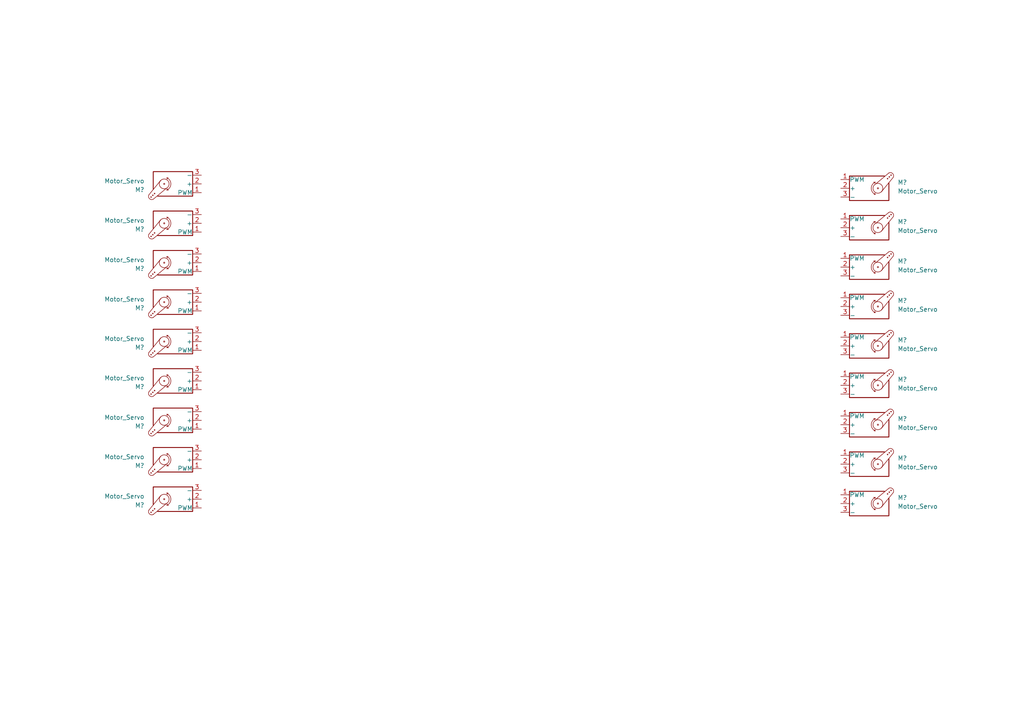
<source format=kicad_sch>
(kicad_sch (version 20211123) (generator eeschema)
  (paper "A4")
  (lib_symbols
    (symbol "Motor:Motor_Servo" (pin_names (offset 0.0254))
      (property "Reference" "M" (at -5.08 4.445 0))
      (property "Value" "Motor_Servo" (at -5.08 -4.064 0))
      (symbol "Motor_Servo_0_1"
        (polyline (pts (xy 2.413 -1.778) (xy 2.032 -1.778)))
        (polyline (pts (xy 2.413 -1.778) (xy 2.286 -1.397)))
        (polyline (pts (xy 2.413 1.778) (xy 1.905 1.778)))
        (polyline (pts (xy 2.413 1.778) (xy 2.286 1.397)))
        (polyline (pts (xy 6.35 4.445) (xy 2.54 1.27)))
        (polyline (pts (xy 7.62 3.175) (xy 4.191 -1.016)))
        (polyline (pts (xy 5.08 3.556) (xy -5.08 3.556) (xy -5.08 -3.556) (xy 6.35 -3.556) (xy 6.35 1.524)) (stroke (width 0.254)))
        (arc (start 2.413 1.778) (mid 1.2406 0) (end 2.413 -1.778))
        (circle (center 3.175 0) (radius 0.1778))
        (circle (center 3.175 0) (radius 1.4224))
        (circle (center 5.969 2.794) (radius 0.127))
        (circle (center 6.477 3.302) (radius 0.127))
        (circle (center 6.985 3.81) (radius 0.127))
        (arc (start 7.62 3.175) (mid 7.4485 4.2735) (end 6.35 4.445))
      )
      (symbol "Motor_Servo_1_1"
        (pin passive line (at -7.62 2.54 0) (length 2.54) (name "PWM") (number "1"))
        (pin passive line (at -7.62 0 0) (length 2.54) (name "+") (number "2"))
        (pin passive line (at -7.62 -2.54 0) (length 2.54) (name "-") (number "3"))
      )
    )
  )
  (symbol (lib_id "Motor:Motor_Servo") (at 50.8 144.78 180) (unit 1)
    (property "Reference" "M?" (at 41.91 146.4835 0) (effects (justify left)))
    (property "Value" "Motor_Servo" (at 41.91 143.9435 0) (effects (justify left)))
    (property "Datasheet" "http://forums.parallax.com/uploads/attachments/46831/74481.png" (effects hide))
  )
  (symbol (lib_id "Motor:Motor_Servo") (at 50.8 99.06 180) (unit 1)
    (property "Reference" "M?" (at 41.91 100.7635 0) (effects (justify left)))
    (property "Value" "Motor_Servo" (at 41.91 98.2235 0) (effects (justify left)))
    (property "Datasheet" "http://forums.parallax.com/uploads/attachments/46831/74481.png" (effects hide))
  )
  (symbol (lib_id "Motor:Motor_Servo") (at 50.8 64.77 180) (unit 1)
    (property "Reference" "M?" (at 41.91 66.4735 0) (effects (justify left)))
    (property "Value" "Motor_Servo" (at 41.91 63.9335 0) (effects (justify left)))
    (property "Datasheet" "http://forums.parallax.com/uploads/attachments/46831/74481.png" (effects hide))
  )
  (symbol (lib_id "Motor:Motor_Servo") (at 251.46 88.9 0) (unit 1)
    (property "Reference" "M?" (at 260.35 87.1965 0) (effects (justify left)))
    (property "Value" "Motor_Servo" (at 260.35 89.7365 0) (effects (justify left)))
    (property "Datasheet" "http://forums.parallax.com/uploads/attachments/46831/74481.png" (effects hide))
  )
  (symbol (lib_id "Motor:Motor_Servo") (at 50.8 121.92 180) (unit 1)
    (property "Reference" "M?" (at 41.91 123.6235 0) (effects (justify left)))
    (property "Value" "Motor_Servo" (at 41.91 121.0835 0) (effects (justify left)))
    (property "Datasheet" "http://forums.parallax.com/uploads/attachments/46831/74481.png" (effects hide))
  )
  (symbol (lib_id "Motor:Motor_Servo") (at 251.46 146.05 0) (unit 1)
    (property "Reference" "M?" (at 260.35 144.3465 0) (effects (justify left)))
    (property "Value" "Motor_Servo" (at 260.35 146.8865 0) (effects (justify left)))
    (property "Datasheet" "http://forums.parallax.com/uploads/attachments/46831/74481.png" (effects hide))
  )
  (symbol (lib_id "Motor:Motor_Servo") (at 50.8 76.2 180) (unit 1)
    (property "Reference" "M?" (at 41.91 77.9035 0) (effects (justify left)))
    (property "Value" "Motor_Servo" (at 41.91 75.3635 0) (effects (justify left)))
    (property "Datasheet" "http://forums.parallax.com/uploads/attachments/46831/74481.png" (effects hide))
  )
  (symbol (lib_id "Motor:Motor_Servo") (at 251.46 77.47 0) (unit 1)
    (property "Reference" "M?" (at 260.35 75.7665 0) (effects (justify left)))
    (property "Value" "Motor_Servo" (at 260.35 78.3065 0) (effects (justify left)))
    (property "Datasheet" "http://forums.parallax.com/uploads/attachments/46831/74481.png" (effects hide))
  )
  (symbol (lib_id "Motor:Motor_Servo") (at 251.46 111.76 0) (unit 1)
    (property "Reference" "M?" (at 260.35 110.0565 0) (effects (justify left)))
    (property "Value" "Motor_Servo" (at 260.35 112.5965 0) (effects (justify left)))
    (property "Datasheet" "http://forums.parallax.com/uploads/attachments/46831/74481.png" (effects hide))
  )
  (symbol (lib_id "Motor:Motor_Servo") (at 251.46 54.61 0) (unit 1)
    (property "Reference" "M?" (at 260.35 52.9065 0) (effects (justify left)))
    (property "Value" "Motor_Servo" (at 260.35 55.4465 0) (effects (justify left)))
    (property "Datasheet" "http://forums.parallax.com/uploads/attachments/46831/74481.png" (effects hide))
  )
  (symbol (lib_id "Motor:Motor_Servo") (at 251.46 134.62 0) (unit 1)
    (property "Reference" "M?" (at 260.35 132.9165 0) (effects (justify left)))
    (property "Value" "Motor_Servo" (at 260.35 135.4565 0) (effects (justify left)))
    (property "Datasheet" "http://forums.parallax.com/uploads/attachments/46831/74481.png" (effects hide))
  )
  (symbol (lib_id "Motor:Motor_Servo") (at 50.8 133.35 180) (unit 1)
    (property "Reference" "M?" (at 41.91 135.0535 0) (effects (justify left)))
    (property "Value" "Motor_Servo" (at 41.91 132.5135 0) (effects (justify left)))
    (property "Datasheet" "http://forums.parallax.com/uploads/attachments/46831/74481.png" (effects hide))
  )
  (symbol (lib_id "Motor:Motor_Servo") (at 251.46 100.33 0) (unit 1)
    (property "Reference" "M?" (at 260.35 98.6265 0) (effects (justify left)))
    (property "Value" "Motor_Servo" (at 260.35 101.1665 0) (effects (justify left)))
    (property "Datasheet" "http://forums.parallax.com/uploads/attachments/46831/74481.png" (effects hide))
  )
  (symbol (lib_id "Motor:Motor_Servo") (at 50.8 87.63 180) (unit 1)
    (property "Reference" "M?" (at 41.91 89.3335 0) (effects (justify left)))
    (property "Value" "Motor_Servo" (at 41.91 86.7935 0) (effects (justify left)))
    (property "Datasheet" "http://forums.parallax.com/uploads/attachments/46831/74481.png" (effects hide))
  )
  (symbol (lib_id "Motor:Motor_Servo") (at 251.46 66.04 0) (unit 1)
    (property "Reference" "M?" (at 260.35 64.3365 0) (effects (justify left)))
    (property "Value" "Motor_Servo" (at 260.35 66.8765 0) (effects (justify left)))
    (property "Datasheet" "http://forums.parallax.com/uploads/attachments/46831/74481.png" (effects hide))
  )
  (symbol (lib_id "Motor:Motor_Servo") (at 251.46 123.19 0) (unit 1)
    (property "Reference" "M?" (at 260.35 121.4865 0) (effects (justify left)))
    (property "Value" "Motor_Servo" (at 260.35 124.0265 0) (effects (justify left)))
    (property "Datasheet" "http://forums.parallax.com/uploads/attachments/46831/74481.png" (effects hide))
  )
  (symbol (lib_id "Motor:Motor_Servo") (at 50.8 53.34 180) (unit 1)
    (property "Reference" "M?" (at 41.91 55.0435 0) (effects (justify left)))
    (property "Value" "Motor_Servo" (at 41.91 52.5035 0) (effects (justify left)))
    (property "Datasheet" "http://forums.parallax.com/uploads/attachments/46831/74481.png" (effects hide))
  )
  (symbol (lib_id "Motor:Motor_Servo") (at 50.8 110.49 180) (unit 1)
    (property "Reference" "M?" (at 41.91 112.1935 0) (effects (justify left)))
    (property "Value" "Motor_Servo" (at 41.91 109.6535 0) (effects (justify left)))
    (property "Datasheet" "http://forums.parallax.com/uploads/attachments/46831/74481.png" (effects hide))
  )
)
</source>
